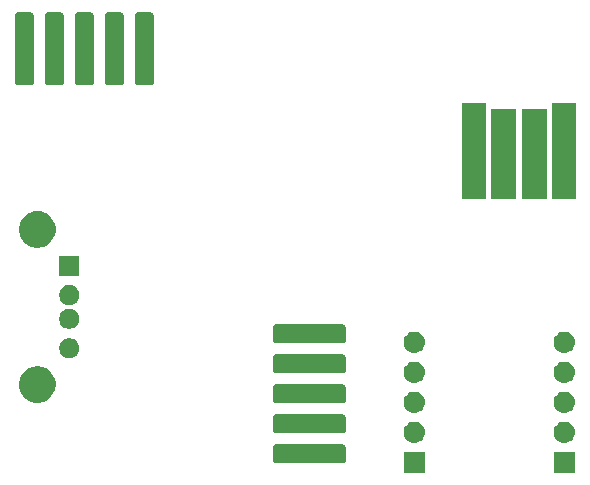
<source format=gbr>
G04 #@! TF.GenerationSoftware,KiCad,Pcbnew,5.1.4-5.1.4*
G04 #@! TF.CreationDate,2019-09-28T18:39:02+02:00*
G04 #@! TF.ProjectId,Multiboard,4d756c74-6962-46f6-9172-642e6b696361,rev?*
G04 #@! TF.SameCoordinates,Original*
G04 #@! TF.FileFunction,Soldermask,Top*
G04 #@! TF.FilePolarity,Negative*
%FSLAX46Y46*%
G04 Gerber Fmt 4.6, Leading zero omitted, Abs format (unit mm)*
G04 Created by KiCad (PCBNEW 5.1.4-5.1.4) date 2019-09-28 18:39:02*
%MOMM*%
%LPD*%
G04 APERTURE LIST*
%ADD10C,0.100000*%
G04 APERTURE END LIST*
D10*
G36*
X163461000Y-115915999D02*
G01*
X161659000Y-115915999D01*
X161659000Y-114113999D01*
X163461000Y-114113999D01*
X163461000Y-115915999D01*
X163461000Y-115915999D01*
G37*
G36*
X150761000Y-115915999D02*
G01*
X148959000Y-115915999D01*
X148959000Y-114113999D01*
X150761000Y-114113999D01*
X150761000Y-115915999D01*
X150761000Y-115915999D01*
G37*
G36*
X143791993Y-113494203D02*
G01*
X143856411Y-113513744D01*
X143915781Y-113545478D01*
X143967817Y-113588183D01*
X144010522Y-113640219D01*
X144042256Y-113699589D01*
X144061797Y-113764007D01*
X144069000Y-113837140D01*
X144069000Y-114762860D01*
X144061797Y-114835993D01*
X144042256Y-114900411D01*
X144010522Y-114959781D01*
X143967817Y-115011817D01*
X143915781Y-115054522D01*
X143856411Y-115086256D01*
X143791993Y-115105797D01*
X143718860Y-115113000D01*
X138221140Y-115113000D01*
X138148007Y-115105797D01*
X138083589Y-115086256D01*
X138024219Y-115054522D01*
X137972183Y-115011817D01*
X137929478Y-114959781D01*
X137897744Y-114900411D01*
X137878203Y-114835993D01*
X137871000Y-114762860D01*
X137871000Y-113837140D01*
X137878203Y-113764007D01*
X137897744Y-113699589D01*
X137929478Y-113640219D01*
X137972183Y-113588183D01*
X138024219Y-113545478D01*
X138083589Y-113513744D01*
X138148007Y-113494203D01*
X138221140Y-113487000D01*
X143718860Y-113487000D01*
X143791993Y-113494203D01*
X143791993Y-113494203D01*
G37*
G36*
X162670443Y-111580518D02*
G01*
X162736627Y-111587036D01*
X162906466Y-111638556D01*
X163062991Y-111722221D01*
X163098729Y-111751551D01*
X163200186Y-111834813D01*
X163283448Y-111936270D01*
X163312778Y-111972008D01*
X163396443Y-112128533D01*
X163447963Y-112298372D01*
X163465359Y-112474999D01*
X163447963Y-112651626D01*
X163396443Y-112821465D01*
X163312778Y-112977990D01*
X163283448Y-113013728D01*
X163200186Y-113115185D01*
X163098729Y-113198447D01*
X163062991Y-113227777D01*
X162906466Y-113311442D01*
X162736627Y-113362962D01*
X162670442Y-113369481D01*
X162604260Y-113375999D01*
X162515740Y-113375999D01*
X162449558Y-113369481D01*
X162383373Y-113362962D01*
X162213534Y-113311442D01*
X162057009Y-113227777D01*
X162021271Y-113198447D01*
X161919814Y-113115185D01*
X161836552Y-113013728D01*
X161807222Y-112977990D01*
X161723557Y-112821465D01*
X161672037Y-112651626D01*
X161654641Y-112474999D01*
X161672037Y-112298372D01*
X161723557Y-112128533D01*
X161807222Y-111972008D01*
X161836552Y-111936270D01*
X161919814Y-111834813D01*
X162021271Y-111751551D01*
X162057009Y-111722221D01*
X162213534Y-111638556D01*
X162383373Y-111587036D01*
X162449557Y-111580518D01*
X162515740Y-111573999D01*
X162604260Y-111573999D01*
X162670443Y-111580518D01*
X162670443Y-111580518D01*
G37*
G36*
X149970443Y-111580518D02*
G01*
X150036627Y-111587036D01*
X150206466Y-111638556D01*
X150362991Y-111722221D01*
X150398729Y-111751551D01*
X150500186Y-111834813D01*
X150583448Y-111936270D01*
X150612778Y-111972008D01*
X150696443Y-112128533D01*
X150747963Y-112298372D01*
X150765359Y-112474999D01*
X150747963Y-112651626D01*
X150696443Y-112821465D01*
X150612778Y-112977990D01*
X150583448Y-113013728D01*
X150500186Y-113115185D01*
X150398729Y-113198447D01*
X150362991Y-113227777D01*
X150206466Y-113311442D01*
X150036627Y-113362962D01*
X149970442Y-113369481D01*
X149904260Y-113375999D01*
X149815740Y-113375999D01*
X149749558Y-113369481D01*
X149683373Y-113362962D01*
X149513534Y-113311442D01*
X149357009Y-113227777D01*
X149321271Y-113198447D01*
X149219814Y-113115185D01*
X149136552Y-113013728D01*
X149107222Y-112977990D01*
X149023557Y-112821465D01*
X148972037Y-112651626D01*
X148954641Y-112474999D01*
X148972037Y-112298372D01*
X149023557Y-112128533D01*
X149107222Y-111972008D01*
X149136552Y-111936270D01*
X149219814Y-111834813D01*
X149321271Y-111751551D01*
X149357009Y-111722221D01*
X149513534Y-111638556D01*
X149683373Y-111587036D01*
X149749557Y-111580518D01*
X149815740Y-111573999D01*
X149904260Y-111573999D01*
X149970443Y-111580518D01*
X149970443Y-111580518D01*
G37*
G36*
X143791993Y-110954203D02*
G01*
X143856411Y-110973744D01*
X143915781Y-111005478D01*
X143967817Y-111048183D01*
X144010522Y-111100219D01*
X144042256Y-111159589D01*
X144061797Y-111224007D01*
X144069000Y-111297140D01*
X144069000Y-112222860D01*
X144061797Y-112295993D01*
X144042256Y-112360411D01*
X144010522Y-112419781D01*
X143967817Y-112471817D01*
X143915781Y-112514522D01*
X143856411Y-112546256D01*
X143791993Y-112565797D01*
X143718860Y-112573000D01*
X138221140Y-112573000D01*
X138148007Y-112565797D01*
X138083589Y-112546256D01*
X138024219Y-112514522D01*
X137972183Y-112471817D01*
X137929478Y-112419781D01*
X137897744Y-112360411D01*
X137878203Y-112295993D01*
X137871000Y-112222860D01*
X137871000Y-111297140D01*
X137878203Y-111224007D01*
X137897744Y-111159589D01*
X137929478Y-111100219D01*
X137972183Y-111048183D01*
X138024219Y-111005478D01*
X138083589Y-110973744D01*
X138148007Y-110954203D01*
X138221140Y-110947000D01*
X143718860Y-110947000D01*
X143791993Y-110954203D01*
X143791993Y-110954203D01*
G37*
G36*
X149970442Y-109040517D02*
G01*
X150036627Y-109047036D01*
X150206466Y-109098556D01*
X150362991Y-109182221D01*
X150398729Y-109211551D01*
X150500186Y-109294813D01*
X150583448Y-109396270D01*
X150612778Y-109432008D01*
X150696443Y-109588533D01*
X150747963Y-109758372D01*
X150765359Y-109934999D01*
X150747963Y-110111626D01*
X150696443Y-110281465D01*
X150612778Y-110437990D01*
X150583448Y-110473728D01*
X150500186Y-110575185D01*
X150398729Y-110658447D01*
X150362991Y-110687777D01*
X150206466Y-110771442D01*
X150036627Y-110822962D01*
X149970443Y-110829480D01*
X149904260Y-110835999D01*
X149815740Y-110835999D01*
X149749557Y-110829480D01*
X149683373Y-110822962D01*
X149513534Y-110771442D01*
X149357009Y-110687777D01*
X149321271Y-110658447D01*
X149219814Y-110575185D01*
X149136552Y-110473728D01*
X149107222Y-110437990D01*
X149023557Y-110281465D01*
X148972037Y-110111626D01*
X148954641Y-109934999D01*
X148972037Y-109758372D01*
X149023557Y-109588533D01*
X149107222Y-109432008D01*
X149136552Y-109396270D01*
X149219814Y-109294813D01*
X149321271Y-109211551D01*
X149357009Y-109182221D01*
X149513534Y-109098556D01*
X149683373Y-109047036D01*
X149749558Y-109040517D01*
X149815740Y-109033999D01*
X149904260Y-109033999D01*
X149970442Y-109040517D01*
X149970442Y-109040517D01*
G37*
G36*
X162670442Y-109040517D02*
G01*
X162736627Y-109047036D01*
X162906466Y-109098556D01*
X163062991Y-109182221D01*
X163098729Y-109211551D01*
X163200186Y-109294813D01*
X163283448Y-109396270D01*
X163312778Y-109432008D01*
X163396443Y-109588533D01*
X163447963Y-109758372D01*
X163465359Y-109934999D01*
X163447963Y-110111626D01*
X163396443Y-110281465D01*
X163312778Y-110437990D01*
X163283448Y-110473728D01*
X163200186Y-110575185D01*
X163098729Y-110658447D01*
X163062991Y-110687777D01*
X162906466Y-110771442D01*
X162736627Y-110822962D01*
X162670443Y-110829480D01*
X162604260Y-110835999D01*
X162515740Y-110835999D01*
X162449557Y-110829480D01*
X162383373Y-110822962D01*
X162213534Y-110771442D01*
X162057009Y-110687777D01*
X162021271Y-110658447D01*
X161919814Y-110575185D01*
X161836552Y-110473728D01*
X161807222Y-110437990D01*
X161723557Y-110281465D01*
X161672037Y-110111626D01*
X161654641Y-109934999D01*
X161672037Y-109758372D01*
X161723557Y-109588533D01*
X161807222Y-109432008D01*
X161836552Y-109396270D01*
X161919814Y-109294813D01*
X162021271Y-109211551D01*
X162057009Y-109182221D01*
X162213534Y-109098556D01*
X162383373Y-109047036D01*
X162449558Y-109040517D01*
X162515740Y-109033999D01*
X162604260Y-109033999D01*
X162670442Y-109040517D01*
X162670442Y-109040517D01*
G37*
G36*
X143791993Y-108414203D02*
G01*
X143856411Y-108433744D01*
X143915781Y-108465478D01*
X143967817Y-108508183D01*
X144010522Y-108560219D01*
X144042256Y-108619589D01*
X144061797Y-108684007D01*
X144069000Y-108757140D01*
X144069000Y-109682860D01*
X144061797Y-109755993D01*
X144042256Y-109820411D01*
X144010522Y-109879781D01*
X143967817Y-109931817D01*
X143915781Y-109974522D01*
X143856411Y-110006256D01*
X143791993Y-110025797D01*
X143718860Y-110033000D01*
X138221140Y-110033000D01*
X138148007Y-110025797D01*
X138083589Y-110006256D01*
X138024219Y-109974522D01*
X137972183Y-109931817D01*
X137929478Y-109879781D01*
X137897744Y-109820411D01*
X137878203Y-109755993D01*
X137871000Y-109682860D01*
X137871000Y-108757140D01*
X137878203Y-108684007D01*
X137897744Y-108619589D01*
X137929478Y-108560219D01*
X137972183Y-108508183D01*
X138024219Y-108465478D01*
X138083589Y-108433744D01*
X138148007Y-108414203D01*
X138221140Y-108407000D01*
X143718860Y-108407000D01*
X143791993Y-108414203D01*
X143791993Y-108414203D01*
G37*
G36*
X118242585Y-106918802D02*
G01*
X118392410Y-106948604D01*
X118674674Y-107065521D01*
X118928705Y-107235259D01*
X119144741Y-107451295D01*
X119314479Y-107705326D01*
X119431396Y-107987590D01*
X119431396Y-107987591D01*
X119491000Y-108287239D01*
X119491000Y-108592761D01*
X119478035Y-108657939D01*
X119431396Y-108892410D01*
X119314479Y-109174674D01*
X119144741Y-109428705D01*
X118928705Y-109644741D01*
X118674674Y-109814479D01*
X118392410Y-109931396D01*
X118390293Y-109931817D01*
X118092761Y-109991000D01*
X117787239Y-109991000D01*
X117489707Y-109931817D01*
X117487590Y-109931396D01*
X117205326Y-109814479D01*
X116951295Y-109644741D01*
X116735259Y-109428705D01*
X116565521Y-109174674D01*
X116448604Y-108892410D01*
X116401965Y-108657939D01*
X116389000Y-108592761D01*
X116389000Y-108287239D01*
X116448604Y-107987591D01*
X116448604Y-107987590D01*
X116565521Y-107705326D01*
X116735259Y-107451295D01*
X116951295Y-107235259D01*
X117205326Y-107065521D01*
X117487590Y-106948604D01*
X117637415Y-106918802D01*
X117787239Y-106889000D01*
X118092761Y-106889000D01*
X118242585Y-106918802D01*
X118242585Y-106918802D01*
G37*
G36*
X149970443Y-106500518D02*
G01*
X150036627Y-106507036D01*
X150206466Y-106558556D01*
X150362991Y-106642221D01*
X150398729Y-106671551D01*
X150500186Y-106754813D01*
X150583448Y-106856270D01*
X150612778Y-106892008D01*
X150696443Y-107048533D01*
X150747963Y-107218372D01*
X150765359Y-107394999D01*
X150747963Y-107571626D01*
X150696443Y-107741465D01*
X150612778Y-107897990D01*
X150583448Y-107933728D01*
X150500186Y-108035185D01*
X150398729Y-108118447D01*
X150362991Y-108147777D01*
X150206466Y-108231442D01*
X150036627Y-108282962D01*
X149970443Y-108289480D01*
X149904260Y-108295999D01*
X149815740Y-108295999D01*
X149749557Y-108289480D01*
X149683373Y-108282962D01*
X149513534Y-108231442D01*
X149357009Y-108147777D01*
X149321271Y-108118447D01*
X149219814Y-108035185D01*
X149136552Y-107933728D01*
X149107222Y-107897990D01*
X149023557Y-107741465D01*
X148972037Y-107571626D01*
X148954641Y-107394999D01*
X148972037Y-107218372D01*
X149023557Y-107048533D01*
X149107222Y-106892008D01*
X149136552Y-106856270D01*
X149219814Y-106754813D01*
X149321271Y-106671551D01*
X149357009Y-106642221D01*
X149513534Y-106558556D01*
X149683373Y-106507036D01*
X149749557Y-106500518D01*
X149815740Y-106493999D01*
X149904260Y-106493999D01*
X149970443Y-106500518D01*
X149970443Y-106500518D01*
G37*
G36*
X162670443Y-106500518D02*
G01*
X162736627Y-106507036D01*
X162906466Y-106558556D01*
X163062991Y-106642221D01*
X163098729Y-106671551D01*
X163200186Y-106754813D01*
X163283448Y-106856270D01*
X163312778Y-106892008D01*
X163396443Y-107048533D01*
X163447963Y-107218372D01*
X163465359Y-107394999D01*
X163447963Y-107571626D01*
X163396443Y-107741465D01*
X163312778Y-107897990D01*
X163283448Y-107933728D01*
X163200186Y-108035185D01*
X163098729Y-108118447D01*
X163062991Y-108147777D01*
X162906466Y-108231442D01*
X162736627Y-108282962D01*
X162670443Y-108289480D01*
X162604260Y-108295999D01*
X162515740Y-108295999D01*
X162449557Y-108289480D01*
X162383373Y-108282962D01*
X162213534Y-108231442D01*
X162057009Y-108147777D01*
X162021271Y-108118447D01*
X161919814Y-108035185D01*
X161836552Y-107933728D01*
X161807222Y-107897990D01*
X161723557Y-107741465D01*
X161672037Y-107571626D01*
X161654641Y-107394999D01*
X161672037Y-107218372D01*
X161723557Y-107048533D01*
X161807222Y-106892008D01*
X161836552Y-106856270D01*
X161919814Y-106754813D01*
X162021271Y-106671551D01*
X162057009Y-106642221D01*
X162213534Y-106558556D01*
X162383373Y-106507036D01*
X162449557Y-106500518D01*
X162515740Y-106493999D01*
X162604260Y-106493999D01*
X162670443Y-106500518D01*
X162670443Y-106500518D01*
G37*
G36*
X143791993Y-105874203D02*
G01*
X143856411Y-105893744D01*
X143915781Y-105925478D01*
X143967817Y-105968183D01*
X144010522Y-106020219D01*
X144042256Y-106079589D01*
X144061797Y-106144007D01*
X144069000Y-106217140D01*
X144069000Y-107142860D01*
X144061797Y-107215993D01*
X144042256Y-107280411D01*
X144010522Y-107339781D01*
X143967817Y-107391817D01*
X143915781Y-107434522D01*
X143856411Y-107466256D01*
X143791993Y-107485797D01*
X143718860Y-107493000D01*
X138221140Y-107493000D01*
X138148007Y-107485797D01*
X138083589Y-107466256D01*
X138024219Y-107434522D01*
X137972183Y-107391817D01*
X137929478Y-107339781D01*
X137897744Y-107280411D01*
X137878203Y-107215993D01*
X137871000Y-107142860D01*
X137871000Y-106217140D01*
X137878203Y-106144007D01*
X137897744Y-106079589D01*
X137929478Y-106020219D01*
X137972183Y-105968183D01*
X138024219Y-105925478D01*
X138083589Y-105893744D01*
X138148007Y-105874203D01*
X138221140Y-105867000D01*
X143718860Y-105867000D01*
X143791993Y-105874203D01*
X143791993Y-105874203D01*
G37*
G36*
X120898228Y-104551703D02*
G01*
X121053100Y-104615853D01*
X121192481Y-104708985D01*
X121311015Y-104827519D01*
X121404147Y-104966900D01*
X121468297Y-105121772D01*
X121501000Y-105286184D01*
X121501000Y-105453816D01*
X121468297Y-105618228D01*
X121404147Y-105773100D01*
X121311015Y-105912481D01*
X121192481Y-106031015D01*
X121053100Y-106124147D01*
X120898228Y-106188297D01*
X120733816Y-106221000D01*
X120566184Y-106221000D01*
X120401772Y-106188297D01*
X120246900Y-106124147D01*
X120107519Y-106031015D01*
X119988985Y-105912481D01*
X119895853Y-105773100D01*
X119831703Y-105618228D01*
X119799000Y-105453816D01*
X119799000Y-105286184D01*
X119831703Y-105121772D01*
X119895853Y-104966900D01*
X119988985Y-104827519D01*
X120107519Y-104708985D01*
X120246900Y-104615853D01*
X120401772Y-104551703D01*
X120566184Y-104519000D01*
X120733816Y-104519000D01*
X120898228Y-104551703D01*
X120898228Y-104551703D01*
G37*
G36*
X162670443Y-103960518D02*
G01*
X162736627Y-103967036D01*
X162906466Y-104018556D01*
X163062991Y-104102221D01*
X163098729Y-104131551D01*
X163200186Y-104214813D01*
X163283448Y-104316270D01*
X163312778Y-104352008D01*
X163396443Y-104508533D01*
X163447963Y-104678372D01*
X163465359Y-104854999D01*
X163447963Y-105031626D01*
X163396443Y-105201465D01*
X163312778Y-105357990D01*
X163283448Y-105393728D01*
X163200186Y-105495185D01*
X163098729Y-105578447D01*
X163062991Y-105607777D01*
X162906466Y-105691442D01*
X162736627Y-105742962D01*
X162670442Y-105749481D01*
X162604260Y-105755999D01*
X162515740Y-105755999D01*
X162449558Y-105749481D01*
X162383373Y-105742962D01*
X162213534Y-105691442D01*
X162057009Y-105607777D01*
X162021271Y-105578447D01*
X161919814Y-105495185D01*
X161836552Y-105393728D01*
X161807222Y-105357990D01*
X161723557Y-105201465D01*
X161672037Y-105031626D01*
X161654641Y-104854999D01*
X161672037Y-104678372D01*
X161723557Y-104508533D01*
X161807222Y-104352008D01*
X161836552Y-104316270D01*
X161919814Y-104214813D01*
X162021271Y-104131551D01*
X162057009Y-104102221D01*
X162213534Y-104018556D01*
X162383373Y-103967036D01*
X162449557Y-103960518D01*
X162515740Y-103953999D01*
X162604260Y-103953999D01*
X162670443Y-103960518D01*
X162670443Y-103960518D01*
G37*
G36*
X149970443Y-103960518D02*
G01*
X150036627Y-103967036D01*
X150206466Y-104018556D01*
X150362991Y-104102221D01*
X150398729Y-104131551D01*
X150500186Y-104214813D01*
X150583448Y-104316270D01*
X150612778Y-104352008D01*
X150696443Y-104508533D01*
X150747963Y-104678372D01*
X150765359Y-104854999D01*
X150747963Y-105031626D01*
X150696443Y-105201465D01*
X150612778Y-105357990D01*
X150583448Y-105393728D01*
X150500186Y-105495185D01*
X150398729Y-105578447D01*
X150362991Y-105607777D01*
X150206466Y-105691442D01*
X150036627Y-105742962D01*
X149970442Y-105749481D01*
X149904260Y-105755999D01*
X149815740Y-105755999D01*
X149749558Y-105749481D01*
X149683373Y-105742962D01*
X149513534Y-105691442D01*
X149357009Y-105607777D01*
X149321271Y-105578447D01*
X149219814Y-105495185D01*
X149136552Y-105393728D01*
X149107222Y-105357990D01*
X149023557Y-105201465D01*
X148972037Y-105031626D01*
X148954641Y-104854999D01*
X148972037Y-104678372D01*
X149023557Y-104508533D01*
X149107222Y-104352008D01*
X149136552Y-104316270D01*
X149219814Y-104214813D01*
X149321271Y-104131551D01*
X149357009Y-104102221D01*
X149513534Y-104018556D01*
X149683373Y-103967036D01*
X149749557Y-103960518D01*
X149815740Y-103953999D01*
X149904260Y-103953999D01*
X149970443Y-103960518D01*
X149970443Y-103960518D01*
G37*
G36*
X143791993Y-103334203D02*
G01*
X143856411Y-103353744D01*
X143915781Y-103385478D01*
X143967817Y-103428183D01*
X144010522Y-103480219D01*
X144042256Y-103539589D01*
X144061797Y-103604007D01*
X144069000Y-103677140D01*
X144069000Y-104602860D01*
X144061797Y-104675993D01*
X144042256Y-104740411D01*
X144010522Y-104799781D01*
X143967817Y-104851817D01*
X143915781Y-104894522D01*
X143856411Y-104926256D01*
X143791993Y-104945797D01*
X143718860Y-104953000D01*
X138221140Y-104953000D01*
X138148007Y-104945797D01*
X138083589Y-104926256D01*
X138024219Y-104894522D01*
X137972183Y-104851817D01*
X137929478Y-104799781D01*
X137897744Y-104740411D01*
X137878203Y-104675993D01*
X137871000Y-104602860D01*
X137871000Y-103677140D01*
X137878203Y-103604007D01*
X137897744Y-103539589D01*
X137929478Y-103480219D01*
X137972183Y-103428183D01*
X138024219Y-103385478D01*
X138083589Y-103353744D01*
X138148007Y-103334203D01*
X138221140Y-103327000D01*
X143718860Y-103327000D01*
X143791993Y-103334203D01*
X143791993Y-103334203D01*
G37*
G36*
X120898228Y-102051703D02*
G01*
X121053100Y-102115853D01*
X121192481Y-102208985D01*
X121311015Y-102327519D01*
X121404147Y-102466900D01*
X121468297Y-102621772D01*
X121501000Y-102786184D01*
X121501000Y-102953816D01*
X121468297Y-103118228D01*
X121404147Y-103273100D01*
X121311015Y-103412481D01*
X121192481Y-103531015D01*
X121053100Y-103624147D01*
X120898228Y-103688297D01*
X120733816Y-103721000D01*
X120566184Y-103721000D01*
X120401772Y-103688297D01*
X120246900Y-103624147D01*
X120107519Y-103531015D01*
X119988985Y-103412481D01*
X119895853Y-103273100D01*
X119831703Y-103118228D01*
X119799000Y-102953816D01*
X119799000Y-102786184D01*
X119831703Y-102621772D01*
X119895853Y-102466900D01*
X119988985Y-102327519D01*
X120107519Y-102208985D01*
X120246900Y-102115853D01*
X120401772Y-102051703D01*
X120566184Y-102019000D01*
X120733816Y-102019000D01*
X120898228Y-102051703D01*
X120898228Y-102051703D01*
G37*
G36*
X120898228Y-100051703D02*
G01*
X121053100Y-100115853D01*
X121192481Y-100208985D01*
X121311015Y-100327519D01*
X121404147Y-100466900D01*
X121468297Y-100621772D01*
X121501000Y-100786184D01*
X121501000Y-100953816D01*
X121468297Y-101118228D01*
X121404147Y-101273100D01*
X121311015Y-101412481D01*
X121192481Y-101531015D01*
X121053100Y-101624147D01*
X120898228Y-101688297D01*
X120733816Y-101721000D01*
X120566184Y-101721000D01*
X120401772Y-101688297D01*
X120246900Y-101624147D01*
X120107519Y-101531015D01*
X119988985Y-101412481D01*
X119895853Y-101273100D01*
X119831703Y-101118228D01*
X119799000Y-100953816D01*
X119799000Y-100786184D01*
X119831703Y-100621772D01*
X119895853Y-100466900D01*
X119988985Y-100327519D01*
X120107519Y-100208985D01*
X120246900Y-100115853D01*
X120401772Y-100051703D01*
X120566184Y-100019000D01*
X120733816Y-100019000D01*
X120898228Y-100051703D01*
X120898228Y-100051703D01*
G37*
G36*
X121501000Y-99221000D02*
G01*
X119799000Y-99221000D01*
X119799000Y-97519000D01*
X121501000Y-97519000D01*
X121501000Y-99221000D01*
X121501000Y-99221000D01*
G37*
G36*
X118242585Y-93778802D02*
G01*
X118392410Y-93808604D01*
X118674674Y-93925521D01*
X118928705Y-94095259D01*
X119144741Y-94311295D01*
X119314479Y-94565326D01*
X119431396Y-94847590D01*
X119491000Y-95147240D01*
X119491000Y-95452760D01*
X119431396Y-95752410D01*
X119314479Y-96034674D01*
X119144741Y-96288705D01*
X118928705Y-96504741D01*
X118674674Y-96674479D01*
X118392410Y-96791396D01*
X118242585Y-96821198D01*
X118092761Y-96851000D01*
X117787239Y-96851000D01*
X117637415Y-96821198D01*
X117487590Y-96791396D01*
X117205326Y-96674479D01*
X116951295Y-96504741D01*
X116735259Y-96288705D01*
X116565521Y-96034674D01*
X116448604Y-95752410D01*
X116389000Y-95452760D01*
X116389000Y-95147240D01*
X116448604Y-94847590D01*
X116565521Y-94565326D01*
X116735259Y-94311295D01*
X116951295Y-94095259D01*
X117205326Y-93925521D01*
X117487590Y-93808604D01*
X117637415Y-93778802D01*
X117787239Y-93749000D01*
X118092761Y-93749000D01*
X118242585Y-93778802D01*
X118242585Y-93778802D01*
G37*
G36*
X163531000Y-92701000D02*
G01*
X161529000Y-92701000D01*
X161529000Y-84599000D01*
X163531000Y-84599000D01*
X163531000Y-92701000D01*
X163531000Y-92701000D01*
G37*
G36*
X161071000Y-92701000D02*
G01*
X158969000Y-92701000D01*
X158969000Y-85099000D01*
X161071000Y-85099000D01*
X161071000Y-92701000D01*
X161071000Y-92701000D01*
G37*
G36*
X158471000Y-92701000D02*
G01*
X156369000Y-92701000D01*
X156369000Y-85099000D01*
X158471000Y-85099000D01*
X158471000Y-92701000D01*
X158471000Y-92701000D01*
G37*
G36*
X155911000Y-92701000D02*
G01*
X153909000Y-92701000D01*
X153909000Y-84599000D01*
X155911000Y-84599000D01*
X155911000Y-92701000D01*
X155911000Y-92701000D01*
G37*
G36*
X119915993Y-76918203D02*
G01*
X119980411Y-76937744D01*
X120039781Y-76969478D01*
X120091817Y-77012183D01*
X120134522Y-77064219D01*
X120166256Y-77123589D01*
X120185797Y-77188007D01*
X120193000Y-77261140D01*
X120193000Y-82758860D01*
X120185797Y-82831993D01*
X120166256Y-82896411D01*
X120134522Y-82955781D01*
X120091817Y-83007817D01*
X120039781Y-83050522D01*
X119980411Y-83082256D01*
X119915993Y-83101797D01*
X119842860Y-83109000D01*
X118917140Y-83109000D01*
X118844007Y-83101797D01*
X118779589Y-83082256D01*
X118720219Y-83050522D01*
X118668183Y-83007817D01*
X118625478Y-82955781D01*
X118593744Y-82896411D01*
X118574203Y-82831993D01*
X118567000Y-82758860D01*
X118567000Y-77261140D01*
X118574203Y-77188007D01*
X118593744Y-77123589D01*
X118625478Y-77064219D01*
X118668183Y-77012183D01*
X118720219Y-76969478D01*
X118779589Y-76937744D01*
X118844007Y-76918203D01*
X118917140Y-76911000D01*
X119842860Y-76911000D01*
X119915993Y-76918203D01*
X119915993Y-76918203D01*
G37*
G36*
X117375993Y-76918203D02*
G01*
X117440411Y-76937744D01*
X117499781Y-76969478D01*
X117551817Y-77012183D01*
X117594522Y-77064219D01*
X117626256Y-77123589D01*
X117645797Y-77188007D01*
X117653000Y-77261140D01*
X117653000Y-82758860D01*
X117645797Y-82831993D01*
X117626256Y-82896411D01*
X117594522Y-82955781D01*
X117551817Y-83007817D01*
X117499781Y-83050522D01*
X117440411Y-83082256D01*
X117375993Y-83101797D01*
X117302860Y-83109000D01*
X116377140Y-83109000D01*
X116304007Y-83101797D01*
X116239589Y-83082256D01*
X116180219Y-83050522D01*
X116128183Y-83007817D01*
X116085478Y-82955781D01*
X116053744Y-82896411D01*
X116034203Y-82831993D01*
X116027000Y-82758860D01*
X116027000Y-77261140D01*
X116034203Y-77188007D01*
X116053744Y-77123589D01*
X116085478Y-77064219D01*
X116128183Y-77012183D01*
X116180219Y-76969478D01*
X116239589Y-76937744D01*
X116304007Y-76918203D01*
X116377140Y-76911000D01*
X117302860Y-76911000D01*
X117375993Y-76918203D01*
X117375993Y-76918203D01*
G37*
G36*
X124995993Y-76918203D02*
G01*
X125060411Y-76937744D01*
X125119781Y-76969478D01*
X125171817Y-77012183D01*
X125214522Y-77064219D01*
X125246256Y-77123589D01*
X125265797Y-77188007D01*
X125273000Y-77261140D01*
X125273000Y-82758860D01*
X125265797Y-82831993D01*
X125246256Y-82896411D01*
X125214522Y-82955781D01*
X125171817Y-83007817D01*
X125119781Y-83050522D01*
X125060411Y-83082256D01*
X124995993Y-83101797D01*
X124922860Y-83109000D01*
X123997140Y-83109000D01*
X123924007Y-83101797D01*
X123859589Y-83082256D01*
X123800219Y-83050522D01*
X123748183Y-83007817D01*
X123705478Y-82955781D01*
X123673744Y-82896411D01*
X123654203Y-82831993D01*
X123647000Y-82758860D01*
X123647000Y-77261140D01*
X123654203Y-77188007D01*
X123673744Y-77123589D01*
X123705478Y-77064219D01*
X123748183Y-77012183D01*
X123800219Y-76969478D01*
X123859589Y-76937744D01*
X123924007Y-76918203D01*
X123997140Y-76911000D01*
X124922860Y-76911000D01*
X124995993Y-76918203D01*
X124995993Y-76918203D01*
G37*
G36*
X127535993Y-76918203D02*
G01*
X127600411Y-76937744D01*
X127659781Y-76969478D01*
X127711817Y-77012183D01*
X127754522Y-77064219D01*
X127786256Y-77123589D01*
X127805797Y-77188007D01*
X127813000Y-77261140D01*
X127813000Y-82758860D01*
X127805797Y-82831993D01*
X127786256Y-82896411D01*
X127754522Y-82955781D01*
X127711817Y-83007817D01*
X127659781Y-83050522D01*
X127600411Y-83082256D01*
X127535993Y-83101797D01*
X127462860Y-83109000D01*
X126537140Y-83109000D01*
X126464007Y-83101797D01*
X126399589Y-83082256D01*
X126340219Y-83050522D01*
X126288183Y-83007817D01*
X126245478Y-82955781D01*
X126213744Y-82896411D01*
X126194203Y-82831993D01*
X126187000Y-82758860D01*
X126187000Y-77261140D01*
X126194203Y-77188007D01*
X126213744Y-77123589D01*
X126245478Y-77064219D01*
X126288183Y-77012183D01*
X126340219Y-76969478D01*
X126399589Y-76937744D01*
X126464007Y-76918203D01*
X126537140Y-76911000D01*
X127462860Y-76911000D01*
X127535993Y-76918203D01*
X127535993Y-76918203D01*
G37*
G36*
X122455993Y-76918203D02*
G01*
X122520411Y-76937744D01*
X122579781Y-76969478D01*
X122631817Y-77012183D01*
X122674522Y-77064219D01*
X122706256Y-77123589D01*
X122725797Y-77188007D01*
X122733000Y-77261140D01*
X122733000Y-82758860D01*
X122725797Y-82831993D01*
X122706256Y-82896411D01*
X122674522Y-82955781D01*
X122631817Y-83007817D01*
X122579781Y-83050522D01*
X122520411Y-83082256D01*
X122455993Y-83101797D01*
X122382860Y-83109000D01*
X121457140Y-83109000D01*
X121384007Y-83101797D01*
X121319589Y-83082256D01*
X121260219Y-83050522D01*
X121208183Y-83007817D01*
X121165478Y-82955781D01*
X121133744Y-82896411D01*
X121114203Y-82831993D01*
X121107000Y-82758860D01*
X121107000Y-77261140D01*
X121114203Y-77188007D01*
X121133744Y-77123589D01*
X121165478Y-77064219D01*
X121208183Y-77012183D01*
X121260219Y-76969478D01*
X121319589Y-76937744D01*
X121384007Y-76918203D01*
X121457140Y-76911000D01*
X122382860Y-76911000D01*
X122455993Y-76918203D01*
X122455993Y-76918203D01*
G37*
M02*

</source>
